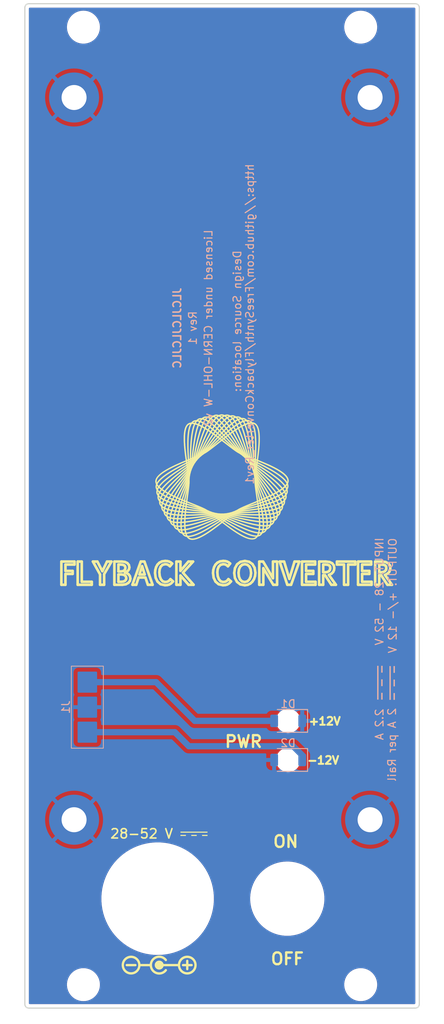
<source format=kicad_pcb>
(kicad_pcb (version 20211014) (generator pcbnew)
  (layers (0 "F.Cu" signal) (31 "B.Cu" signal) (34 "B.Paste" user) (35 "F.Paste" user) (36 "B.SilkS" user "B.Silkscreen") (37 "F.SilkS" user "F.Silkscreen") (38 "B.Mask" user) (39 "F.Mask" user) (44 "Edge.Cuts" user))
  (net 0 "")
  (net 1 "Net-(D1-Pad2)")
  (net 2 "Net-(D2-Pad1)")
  (net 3 "GND")
  (footprint "MountingHole:MountingHole_3.2mm_M3" (layer "F.Cu") (at 57.5 175.5)
    (fp_text reference "H3" hide)
    (fp_text value "Frame_MountingHole")
  )
  (footprint "MountingHole:MountingHole_3.2mm_M3" (layer "F.Cu") (at 93 53)
    (fp_text reference "H2" hide)
    (fp_text value "Frame_MountingHole")
  )
  (footprint "MountingHole:MountingHole_3.2mm_M3" (layer "F.Cu") (at 57.5 53)
    (fp_text reference "H1" hide)
    (fp_text value "Frame_MountingHole")
  )
  (footprint "MountingHole:MountingHole_6.5mm" (layer "F.Cu") (at 83.6 164.5)
    (fp_text reference "H10" hide)
    (fp_text value "TogglePanelMount_DrillHole")
  )
  (footprint "SynthDIY_MountHoles:MountingHole_PWRJACK_11.4mm" (layer "F.Cu") (at 67 164.5)
    (fp_text reference "H9" hide)
    (fp_text value "PowerJackPanelMount_DrillHole")
  )
  (footprint "MountingHole:MountingHole_3.2mm_M3" (layer "F.Cu") (at 93 175.5)
    (fp_text reference "H4" hide)
    (fp_text value "Frame_MountingHole")
  )
  (footprint "Symbol:OSHW-Symbol_6.7x6mm_Copper" (layer "F.Cu") (at 94.2 164.6)
    (fp_text reference "REF**" hide)
    (fp_text value "OSHW-Symbol_6.7x6mm_Copper" hide)
  )
  (footprint "MountingHole:MountingHole_3.2mm_M3_Pad_TopOnly" (layer "B.Cu") (at 56.3 154.4 180)
    (fp_text reference "H7" hide)
    (fp_text value "Board_MountingHole_Pad")
  )
  (footprint "MountingHole:MountingHole_3.2mm_M3_Pad_TopOnly" (layer "B.Cu") (at 56.3 62 180)
    (fp_text reference "H5" hide)
    (fp_text value "Board_MountingHole_Pad")
  )
  (footprint "SynthDIY:Kyocera_3pos_WireToBoard" (layer "B.Cu") (at 58 140 -90)
    (fp_text reference "J1")
    (fp_text value "Conn_01x03")
  )
  (footprint "MountingHole:MountingHole_3.2mm_M3_Pad_TopOnly" (layer "B.Cu") (at 94.2 154.4 180)
    (fp_text reference "H8" hide)
    (fp_text value "Board_MountingHole_Pad")
  )
  (footprint "SynthDIY:LED_156120VS75300_Würth_ReverseMount" (layer "B.Cu") (at 83.7 141.695 180)
    (fp_text reference "D1")
    (fp_text value "LED")
  )
  (footprint "SynthDIY:LED_156120VS75300_Würth_ReverseMount" (layer "B.Cu") (at 83.7 146.695 180)
    (fp_text reference "D2")
    (fp_text value "LED")
  )
  (footprint "MountingHole:MountingHole_3.2mm_M3_Pad_TopOnly" (layer "B.Cu") (at 94.2 62 180)
    (fp_text reference "H6" hide)
    (fp_text value "Board_MountingHole_Pad")
  )
  (gr_poly (pts (xy 95.27379 134.716522) (xy 95.273386 134.71622) (xy 95.272785 134.715921) (xy 95.271015 134.715337) (xy 95.268523 134.714773) (xy 95.265353 134.714232) (xy 95.261546 134.713717) (xy 95.257146 134.713231) (xy 95.24674 134.712357) (xy 95.234477 134.711635) (xy 95.220702 134.71109) (xy 95.205757 134.710745) (xy 95.189988 134.710625) (xy 95.112082 134.710625) (xy 95.112082 136.871719) (xy 95.112082 139.032814) (xy 95.193662 139.030279) (xy 95.275242 139.027744) (xy 95.277467 136.875082) (xy 95.277298 135.353032) (xy 95.273792 134.716523) (xy 95.27379 134.716522)) (layer "B.SilkS") (width 0.008819) (fill solid))
  (gr_poly (pts (xy 97.283785 138.2) (xy 97.2 138.2) (xy 97.2 138.632153) (xy 97.2 139.064306) (xy 97.283785 139.064306) (xy 97.36757 139.064306) (xy 97.36757 138.632153) (xy 97.36757 138.2) (xy 97.283785 138.2)) (layer "B.SilkS") (width 0.008819) (fill solid))
  (gr_poly (pts (xy 97.283785 136.471389) (xy 97.2 136.471389) (xy 97.2 136.903542) (xy 97.2 137.335695) (xy 97.283785 137.335695) (xy 97.36757 137.335695) (xy 97.36757 136.903542) (xy 97.36757 136.471389) (xy 97.283785 136.471389)) (layer "B.SilkS") (width 0.008819) (fill solid))
  (gr_poly (pts (xy 95.716215 138.167847) (xy 95.63243 138.167847) (xy 95.63243 138.6) (xy 95.63243 139.032153) (xy 95.716215 139.032153) (xy 95.8 139.032153) (xy 95.8 138.6) (xy 95.8 138.167847) (xy 95.716215 138.167847)) (layer "B.SilkS") (width 0.008819) (fill solid))
  (gr_poly (pts (xy 97.283785 134.742778) (xy 97.2 134.742778) (xy 97.2 135.174931) (xy 97.2 135.607083) (xy 97.283785 135.607083) (xy 97.36757 135.607083) (xy 97.36757 135.174931) (xy 97.36757 134.742778) (xy 97.283785 134.742778)) (layer "B.SilkS") (width 0.008819) (fill solid))
  (gr_poly (pts (xy 96.84136 134.748675) (xy 96.840956 134.748373) (xy 96.840355 134.748074) (xy 96.838585 134.74749) (xy 96.836093 134.746926) (xy 96.832923 134.746385) (xy 96.829116 134.74587) (xy 96.824716 134.745384) (xy 96.81431 134.74451) (xy 96.802047 134.743788) (xy 96.788272 134.743243) (xy 96.773327 134.742898) (xy 96.757558 134.742778) (xy 96.679652 134.742778) (xy 96.679652 136.903872) (xy 96.679652 139.064967) (xy 96.761232 139.062432) (xy 96.842812 139.059897) (xy 96.845037 136.907235) (xy 96.844868 135.385185) (xy 96.841362 134.748676) (xy 96.84136 134.748675)) (layer "B.SilkS") (width 0.008819) (fill solid))
  (gr_poly (pts (xy 95.716215 134.710625) (xy 95.63243 134.710625) (xy 95.63243 135.142778) (xy 95.63243 135.57493) (xy 95.716215 135.57493) (xy 95.8 135.57493) (xy 95.8 135.142778) (xy 95.8 134.710625) (xy 95.716215 134.710625)) (layer "B.SilkS") (width 0.008819) (fill solid))
  (gr_poly (pts (xy 95.716215 136.439236) (xy 95.63243 136.439236) (xy 95.63243 136.871389) (xy 95.63243 137.303542) (xy 95.716215 137.303542) (xy 95.8 137.303542) (xy 95.8 136.871389) (xy 95.8 136.439236) (xy 95.716215 136.439236)) (layer "B.SilkS") (width 0.008819) (fill solid))
  (gr_line (start 82.295111 124.341474) (end 81.802096 124.341422) (layer "F.SilkS") (width 0.338))
  (gr_curve (pts (xy 83.418533 113.218636) (xy 83.046714 114.635136) (xy 77.767994 114.763617) (xy 76.355359 115.149862)) (layer "F.SilkS") (width 0.1764))
  (gr_line (start 74.225914 122.085256) (end 74.398448 121.768635) (layer "F.SilkS") (width 0.338))
  (gr_line (start 56.764356 124.341422) (end 56.764356 121.370532) (layer "F.SilkS") (width 0.338))
  (gr_curve (pts (xy 83.667058 111.7659) (xy 83.54686 113.225447) (xy 78.370646 114.268616) (xy 77.046543 114.894294)) (layer "F.SilkS") (width 0.1764))
  (gr_line (start 89.475069 122.699587) (end 89.262722 122.917622) (layer "F.SilkS") (width 0.338))
  (gr_line (start 76.806277 122.834107) (end 76.901076 122.214132) (layer "F.SilkS") (width 0.338))
  (gr_curve (pts (xy 78.465001 108.33802) (xy 79.412064 109.455068) (xy 83.694175 112.544553) (xy 83.200315 113.923257)) (layer "F.SilkS") (width 0.1764))
  (gr_line (start 61.980083 123.018113) (end 61.980086 123.958442) (layer "F.SilkS") (width 0.338))
  (gr_line (start 67.96747 121.292756) (end 68.225319 121.309816) (layer "F.SilkS") (width 0.338))
  (gr_line (start 67.30993 114.004258) (end 67.30993 114.004258) (layer "F.SilkS") (width 0.1764))
  (gr_line (start 95.614059 122.743062) (end 95.892762 122.707033) (layer "F.SilkS") (width 0.338))
  (gr_line (start 69.922105 123.154564) (end 69.922176 124.341422) (layer "F.SilkS") (width 0.338))
  (gr_line (start 62.986799 123.503416) (end 62.950775 123.315716) (layer "F.SilkS") (width 0.338))
  (gr_line (start 75.917079 124.307296) (end 75.66302 124.377445) (layer "F.SilkS") (width 0.338))
  (gr_curve (pts (xy 71.628005 103.427227) (xy 72.952107 102.801547) (xy 76.443626 106.762696) (xy 77.647531 107.596563)) (layer "F.SilkS") (width 0.1764))
  (gr_line (start 62.732738 121.859582) (end 62.531768 121.779953) (layer "F.SilkS") (width 0.338))
  (gr_line (start 80.010436 121.370532) (end 80.503396 121.370532) (layer "F.SilkS") (width 0.338))
  (gr_line (start 56.358626 121.755332) (end 55.196426 121.755332) (layer "F.SilkS") (width 0.338))
  (gr_line (start 62.220833 121.75339) (end 61.981992 121.753517) (layer "F.SilkS") (width 0.338))
  (gr_line (start 79.140182 121.694643) (end 79.416993 122.166733) (layer "F.SilkS") (width 0.338))
  (gr_curve (pts (xy 71.0128 111.093509) (xy 71.005333 109.629039) (xy 69.710928 104.509863) (xy 70.975462 103.771161)) (layer "F.SilkS") (width 0.1764))
  (gr_line (start 67.267869 123.236111) (end 67.415753 123.630469) (layer "F.SilkS") (width 0.338))
  (gr_line (start 70.79066 172.46) (end 70.79066 173.51) (layer "F.SilkS") (width 0.3))
  (gr_line (start 68.138105 121.715551) (end 67.959887 121.700398) (layer "F.SilkS") (width 0.338))
  (gr_line (start 63.218134 122.528954) (end 63.039916 122.682526) (layer "F.SilkS") (width 0.338))
  (gr_curve (pts (xy 79.45 110.682087) (xy 79.585075 112.140332) (xy 81.320715 117.127206) (xy 80.125377 117.973307)) (layer "F.SilkS") (width 0.1764))
  (gr_line (start 94.391166 123.956622) (end 94.391166 124.341422) (layer "F.SilkS") (width 0.338))
  (gr_curve (pts (xy 76.666148 102.737791) (xy 78.109664 102.984739) (xy 78.697723 108.232173) (xy 79.205617 109.605769)) (layer "F.SilkS") (width 0.1764))
  (gr_line (start 67.385416 124.273175) (end 66.987267 123.9357) (layer "F.SilkS") (width 0.338))
  (gr_line (start 67.260284 122.356392) (end 67.216678 122.745064) (layer "F.SilkS") (width 0.338))
  (gr_curve (pts (xy 72.797931 107.621372) (xy 73.993269 106.775271) (xy 77.44421 102.778725) (xy 78.774623 103.390869)) (layer "F.SilkS") (width 0.1764))
  (gr_line (start 78.167564 121.702226) (end 77.837668 121.779962) (layer "F.SilkS") (width 0.338))
  (gr_curve (pts (xy 71.027017 110.724958) (xy 71.147214 109.265412) (xy 70.303902 104.052906) (xy 71.628005 103.427227)) (layer "F.SilkS") (width 0.1764))
  (gr_line (start 78.159981 124.403947) (end 77.585511 124.290189) (layer "F.SilkS") (width 0.338))
  (gr_line (start 86.005516 121.755332) (end 86.005516 122.568742) (layer "F.SilkS") (width 0.338))
  (gr_line (start 77.803543 123.907208) (end 78.144811 123.996318) (layer "F.SilkS") (width 0.338))
  (gr_curve (pts (xy 82.584282 115.262141) (xy 81.858515 116.53414) (xy 76.726413 115.29201) (xy 75.261945 115.299476)) (layer "F.SilkS") (width 0.1764))
  (gr_curve (pts (xy 73.814738 115.051999) (xy 72.436035 114.558139) (xy 67.182876 114.023624) (xy 66.92122 112.582702)) (layer "F.SilkS") (width 0.1764))
  (gr_line (start 89.071094 122.005533) (end 88.964923 121.863337) (layer "F.SilkS") (width 0.338))
  (gr_line (start 89.952836 121.370532) (end 92.299986 121.370532) (layer "F.SilkS") (width 0.338))
  (gr_line (start 75.562554 121.715551) (end 75.384334 121.700398) (layer "F.SilkS") (width 0.338))
  (gr_line (start 95.369546 124.341422) (end 94.850066 124.341422) (layer "F.SilkS") (width 0.338))
  (gr_line (start 86.005516 123.956622) (end 87.216986 123.956622) (layer "F.SilkS") (width 0.338))
  (gr_line (start 91.386086 124.341422) (end 90.864786 124.341422) (layer "F.SilkS") (width 0.338))
  (gr_line (start 77.160819 123.969774) (end 76.897283 123.474933) (layer "F.SilkS") (width 0.338))
  (gr_line (start 62.64932 123.918627) (end 62.838914 123.81435) (layer "F.SilkS") (width 0.338))
  (gr_line (start 88.718456 122.707033) (end 88.927006 122.602757) (layer "F.SilkS") (width 0.338))
  (gr_line (start 75.050649 121.789505) (end 74.819344 122.022707) (layer "F.SilkS") (width 0.338))
  (gr_line (start 69.922176 124.341422) (end 69.400746 124.341422) (layer "F.SilkS") (width 0.338))
  (gr_curve (pts (xy 79.205617 109.605769) (xy 79.713511 110.979365) (xy 82.680708 115.347101) (xy 81.745086 116.473747)) (layer "F.SilkS") (width 0.1764))
  (gr_line (start 81.766086 121.370532) (end 82.287516 121.370532) (layer "F.SilkS") (width 0.338))
  (gr_curve (pts (xy 71.050155 118.415829) (xy 69.778155 117.690062) (xy 71.020285 112.557958) (xy 71.012818 111.09349)) (layer "F.SilkS") (width 0.1764))
  (gr_line (start 84.084922 124.341474) (end 83.601426 124.341422) (layer "F.SilkS") (width 0.338))
  (gr_line (start 62.838914 123.81435) (end 62.950775 123.668361) (layer "F.SilkS") (width 0.338))
  (gr_line (start 64.666623 123.031321) (end 65.343446 123.031282) (layer "F.SilkS") (width 0.338))
  (gr_curve (pts (xy 80.708257 117.521296) (xy 79.59121 118.468359) (xy 75.193442 115.545858) (xy 73.814738 115.051999)) (layer "F.SilkS") (width 0.1764))
  (gr_line (start 66.801465 122.085256) (end 66.973996 121.768635) (layer "F.SilkS") (width 0.338))
  (gr_line (start 94.104906 122.568742) (end 94.104906 122.951722) (layer "F.SilkS") (width 0.338))
  (gr_curve (pts (xy 75.197278 102.616819) (xy 76.661745 102.609351) (xy 78.152079 107.674947) (xy 78.890779 108.93948)) (layer "F.SilkS") (width 0.1764))
  (gr_curve (pts (xy 79.430613 103.728106) (xy 80.702613 104.453872) (xy 79.460484 109.585975) (xy 79.467952 111.050442)) (layer "F.SilkS") (width 0.1764))
  (gr_curve (pts (xy 77.33548 107.399985) (xy 78.60748 108.125753) (xy 83.688013 109.564352) (xy 83.69548 111.028819)) (layer "F.SilkS") (width 0.1764))
  (gr_line (start 78.713598 121.398876) (end 79.140182 121.694643) (layer "F.SilkS") (width 0.338))
  (gr_line (start 84.528456 121.370532) (end 85.139066 121.370532) (layer "F.SilkS") (width 0.338))
  (gr_line (start 97 124.341477) (end 96.414226 124.341422) (layer "F.SilkS") (width 0.338))
  (gr_line (start 80.010436 124.341422) (end 80.010436 121.370532) (layer "F.SilkS") (width 0.338))
  (gr_line (start 66.359685 124.341422) (end 65.747356 124.341422) (layer "F.SilkS") (width 0.338))
  (gr_line (start 67.394897 122.022707) (end 67.260284 122.356392) (layer "F.SilkS") (width 0.338))
  (gr_line (start 88.964923 121.863337) (end 88.760159 121.779918) (layer "F.SilkS") (width 0.338))
  (gr_line (start 75.881074 121.364802) (end 76.091525 121.467182) (layer "F.SilkS") (width 0.338))
  (gr_curve (pts (xy 76.706536 115.037169) (xy 75.332941 115.545064) (xy 70.965205 118.512266) (xy 69.838558 117.576645)) (layer "F.SilkS") (width 0.1764))
  (gr_line (start 57.285656 123.956622) (end 58.567326 123.956622) (layer "F.SilkS") (width 0.338))
  (gr_line (start 71.603835 124.341474) (end 70.959186 124.341422) (layer "F.SilkS") (width 0.338))
  (gr_curve (pts (xy 77.372808 114.722347) (xy 76.108274 115.461049) (xy 72.322139 119.141624) (xy 71.050137 118.415857)) (layer "F.SilkS") (width 0.1764))
  (gr_line (start 67.20066 173) (end 69.73066 173) (layer "F.SilkS") (width 0.3))
  (gr_line (start 96.436902 122.917622) (end 96.095634 123.076881) (layer "F.SilkS") (width 0.338))
  (gr_curve (pts (xy 78.091687 103.112074) (xy 79.470391 103.605933) (xy 79.138315 108.875763) (xy 79.399972 110.316685)) (layer "F.SilkS") (width 0.1764))
  (gr_curve (pts (xy 81.745086 116.473747) (xy 80.809464 117.600394) (xy 75.971024 115.485952) (xy 74.527508 115.239002)) (layer "F.SilkS") (width 0.1764))
  (gr_line (start 62.482509 124.341474) (end 61.458656 124.341422) (layer "F.SilkS") (width 0.338))
  (gr_line (start 77.600678 121.408357) (end 78.171359 121.294599) (layer "F.SilkS") (width 0.338))
  (gr_line (start 63.05066 173) (end 64.15066 173) (layer "F.SilkS") (width 0.3))
  (gr_line (start 89.008684 121.427411) (end 89.349952 121.59046) (layer "F.SilkS") (width 0.338))
  (gr_line (start 88.927006 122.602757) (end 89.055931 122.437807) (layer "F.SilkS") (width 0.338))
  (gr_curve (pts (xy 69.292186 117.08109) (xy 68.25137 116.050835) (xy 70.779462 111.415089) (xy 71.151282 109.998589)) (layer "F.SilkS") (width 0.1764))
  (gr_line (start 66.666854 122.841741) (end 66.699085 122.44928) (layer "F.SilkS") (width 0.338))
  (gr_line (start 68.339087 115.956918) (end 68.339087 115.956918) (layer "F.SilkS") (width 0.1764))
  (gr_line (start 85.139066 121.370532) (end 84.084922 124.341474) (layer "F.SilkS") (width 0.338))
  (gr_line (start 95.691816 121.370532) (end 96.182864 121.427411) (layer "F.SilkS") (width 0.338))
  (gr_line (start 67.22426 121.516477) (end 67.554155 121.351527) (layer "F.SilkS") (width 0.338))
  (gr_line (start 71.050155 118.415829) (end 71.050155 118.415829) (layer "F.SilkS") (width 0.1764))
  (gr_line (start 54.674996 121.370532) (end 56.358626 121.370532) (layer "F.SilkS") (width 0.338))
  (gr_curve (pts (xy 72.308036 103.141482) (xy 73.681632 102.633587) (xy 76.814627 106.883967) (xy 77.941275 107.819588)) (layer "F.SilkS") (width 0.1764))
  (gr_line (start 58.567326 123.956622) (end 58.567326 124.341422) (layer "F.SilkS") (width 0.338))
  (gr_line (start 86.005516 122.568742) (end 86.930726 122.568742) (layer "F.SilkS") (width 0.338))
  (gr_line (start 76.091525 121.467182) (end 76.286804 121.624544) (layer "F.SilkS") (width 0.338))
  (gr_line (start 65.013551 121.958178) (end 64.666623 123.031321) (layer "F.SilkS") (width 0.338))
  (gr_line (start 63.039916 122.682526) (end 62.821883 122.777322) (layer "F.SilkS") (width 0.338))
  (gr_line (start 61.460564 121.37048) (end 62.408566 121.370532) (layer "F.SilkS") (width 0.338))
  (gr_line (start 88.197148 123.109135) (end 88.195236 124.341422) (layer "F.SilkS") (width 0.338))
  (gr_line (start 62.812402 121.421721) (end 63.119545 121.565813) (layer "F.SilkS") (width 0.338))
  (gr_line (start 68.492647 124.307296) (end 68.23859 124.377445) (layer "F.SilkS") (width 0.338))
  (gr_line (start 69.400746 121.370532) (end 69.922176 121.370532) (layer "F.SilkS") (width 0.338))
  (gr_line (start 79.517476 122.794292) (end 79.517476 122.794292) (layer "F.SilkS") (width 0.338))
  (gr_line (start 93.179696 121.755332) (end 93.179696 122.568742) (layer "F.SilkS") (width 0.338))
  (gr_line (start 77.585511 124.290189) (end 77.160819 123.969774) (layer "F.SilkS") (width 0.338))
  (gr_line (start 81.802096 124.341422) (end 80.531866 122.214232) (layer "F.SilkS") (width 0.338))
  (gr_line (start 89.550923 121.848309) (end 89.617283 122.191476) (layer "F.SilkS") (width 0.338))
  (gr_line (start 63.282596 123.002936) (end 63.44944 123.234245) (layer "F.SilkS") (width 0.338))
  (gr_curve (pts (xy 66.821238 111.851874) (xy 66.686163 110.39363) (xy 71.602592 108.467472) (xy 72.797931 107.621372)) (layer "F.SilkS") (width 0.1764))
  (gr_line (start 69.922176 122.557302) (end 70.942194 121.370444) (layer "F.SilkS") (width 0.338))
  (gr_curve (pts (xy 83.574515 112.497694) (xy 83.327567 113.941211) (xy 78.080132 114.529274) (xy 76.706536 115.037169)) (layer "F.SilkS") (width 0.1764))
  (gr_line (start 96.275742 122.215983) (end 96.2454 122.005533) (layer "F.SilkS") (width 0.338))
  (gr_line (start 88.445517 123.126122) (end 88.337447 123.124288) (layer "F.SilkS") (width 0.338))
  (gr_line (start 75.384334 121.700398) (end 75.050649 121.789505) (layer "F.SilkS") (width 0.338))
  (gr_line (start 95.490824 122.741227) (end 95.614059 122.743062) (layer "F.SilkS") (width 0.338))
  (gr_line (start 81.766095 123.507264) (end 81.766086 121.370532) (layer "F.SilkS") (width 0.338))
  (gr_line (start 68.225319 121.309816) (end 68.456624 121.364802) (layer "F.SilkS") (width 0.338))
  (gr_line (start 56.121636 122.568742) (end 56.121636 122.951722) (layer "F.SilkS") (width 0.338))
  (gr_line (start 87.675756 121.370532) (end 88.517636 121.370532) (layer "F.SilkS") (width 0.338))
  (gr_line (start 95.619827 123.126122) (end 95.511757 123.124288) (layer "F.SilkS") (width 0.338))
  (gr_line (start 96.791463 122.191476) (end 96.759212 122.449325) (layer "F.SilkS") (width 0.338))
  (gr_line (start 96.759212 122.449325) (end 96.649249 122.699587) (layer "F.SilkS") (width 0.338))
  (gr_line (start 79.416993 122.166733) (end 79.517476 122.794292) (layer "F.SilkS") (width 0.338))
  (gr_line (start 92.658266 124.341422) (end 92.658266 121.370532) (layer "F.SilkS") (width 0.338))
  (gr_line (start 66.973996 121.768635) (end 67.22426 121.516477) (layer "F.SilkS") (width 0.338))
  (gr_curve (pts (xy 73.729687 102.752783) (xy 75.17061 102.491126) (xy 77.517938 107.220973) (xy 78.465001 108.33802)) (layer "F.SilkS") (width 0.1764))
  (gr_curve (pts (xy 75.995701 115.23154) (xy 74.554778 115.493197) (xy 69.738149 117.656871) (xy 68.791086 116.539824)) (layer "F.SilkS") (width 0.1764))
  (gr_line (start 67.084536 113.301994) (end 67.084536 113.301994) (layer "F.SilkS") (width 0.1764))
  (gr_line (start 68.185505 123.964146) (end 68.367515 123.890204) (layer "F.SilkS") (width 0.338))
  (gr_curve (pts (xy 81.24954 117.020186) (xy 80.219285 118.061002) (xy 75.583539 115.532909) (xy 74.167038 115.16109)) (layer "F.SilkS") (width 0.1764))
  (gr_line (start 89.239916 124.341422) (end 88.445517 123.126122) (layer "F.SilkS") (width 0.338))
  (gr_line (start 63.337578 122.333671) (end 63.218134 122.528954) (layer "F.SilkS") (width 0.338))
  (gr_line (start 62.256856 122.635042) (end 62.510912 122.608479) (layer "F.SilkS") (width 0.338))
  (gr_line (start 70.25066 173) (end 71.35066 173) (layer "F.SilkS") (width 0.3))
  (gr_line (start 65.438317 123.412408) (end 64.558506 123.412442) (layer "F.SilkS") (width 0.338))
  (gr_line (start 55.196426 121.755332) (end 55.196426 122.568742) (layer "F.SilkS") (width 0.338))
  (gr_line (start 67.939032 123.988801) (end 68.185505 123.964146) (layer "F.SilkS") (width 0.338))
  (gr_line (start 95.612155 121.753355) (end 95.371366 121.753382) (layer "F.SilkS") (width 0.338))
  (gr_line (start 92.658266 121.370532) (end 94.341896 121.370532) (layer "F.SilkS") (width 0.338))
  (gr_line (start 66.746483 123.440859) (end 66.666854 122.841741) (layer "F.SilkS") (width 0.338))
  (gr_line (start 64.558506 123.412442) (end 64.262739 124.341456) (layer "F.SilkS") (width 0.338))
  (gr_line (start 76.154071 124.161307) (end 75.917079 124.307296) (layer "F.SilkS") (width 0.338))
  (gr_line (start 87.675756 124.341422) (end 87.675756 121.370532) (layer "F.SilkS") (width 0.338))
  (gr_line (start 56.764356 121.370532) (end 57.285656 121.370532) (layer "F.SilkS") (width 0.338))
  (gr_curve (pts (xy 83.695479 111.028838) (xy 83.702946 112.493308) (xy 78.637342 113.983645) (xy 77.372808 114.722347)) (layer "F.SilkS") (width 0.1764))
  (gr_line (start 68.791086 116.539824) (end 68.791086 116.539824) (layer "F.SilkS") (width 0.1764))
  (gr_line (start 68.634843 123.615294) (end 68.974216 123.912942) (layer "F.SilkS") (width 0.338))
  (gr_line (start 67.554155 121.351527) (end 67.96747 121.292756) (layer "F.SilkS") (width 0.338))
  (gr_line (start 93.179696 123.956622) (end 94.391166 123.956622) (layer "F.SilkS") (width 0.338))
  (gr_line (start 64.262739 124.341456) (end 63.769796 124.341422) (layer "F.SilkS") (width 0.338))
  (gr_line (start 69.400746 124.341422) (end 69.400746 121.370532) (layer "F.SilkS") (width 0.338))
  (gr_line (start 96.182864 121.427411) (end 96.524132 121.59046) (layer "F.SilkS") (width 0.338))
  (gr_line (start 74.398448 121.768635) (end 74.64871 121.516477) (layer "F.SilkS") (width 0.338))
  (gr_line (start 76.398646 123.912942) (end 76.154071 124.161307) (layer "F.SilkS") (width 0.338))
  (gr_curve (pts (xy 71.012818 111.09349) (xy 71.00535 109.629022) (xy 69.710948 104.509852) (xy 70.97548 103.771151)) (layer "F.SilkS") (width 0.1764))
  (gr_line (start 95.37138 122.731762) (end 95.490824 122.741227) (layer "F.SilkS") (width 0.338))
  (gr_line (start 70.240655 122.792485) (end 71.603835 124.341474) (layer "F.SilkS") (width 0.338))
  (gr_line (start 62.643632 123.05787) (end 62.35924 123.018055) (layer "F.SilkS") (width 0.338))
  (gr_line (start 78.499356 121.785648) (end 78.167564 121.702226) (layer "F.SilkS") (width 0.338))
  (gr_line (start 74.411699 123.9357) (end 74.170914 123.440859) (layer "F.SilkS") (width 0.338))
  (gr_line (start 65.307436 121.368582) (end 66.359685 124.341422) (layer "F.SilkS") (width 0.338))
  (gr_line (start 74.684733 122.356392) (end 74.641124 122.745064) (layer "F.SilkS") (width 0.338))
  (gr_line (start 75.39192 121.292756) (end 75.649769 121.309816) (layer "F.SilkS") (width 0.338))
  (gr_line (start 66.699085 122.44928) (end 66.801465 122.085256) (layer "F.SilkS") (width 0.338))
  (gr_line (start 68.23859 124.377445) (end 67.939031 124.396413) (layer "F.SilkS") (width 0.338))
  (gr_line (start 62.380096 123.958442) (end 62.64932 123.918627) (layer "F.SilkS") (width 0.338))
  (gr_line (start 76.901076 122.214132) (end 77.172197 121.726875) (layer "F.SilkS") (width 0.338))
  (gr_line (start 95.371366 121.753382) (end 95.37138 122.731762) (layer "F.SilkS") (width 0.338))
  (gr_line (start 75.649769 121.309816) (end 75.881074 121.364802) (layer "F.SilkS") (width 0.338))
  (gr_line (start 62.510912 122.608479) (end 62.706194 122.526952) (layer "F.SilkS") (width 0.338))
  (gr_line (start 89.952836 121.753512) (end 89.952836 121.370532) (layer "F.SilkS") (width 0.338))
  (gr_line (start 77.414873 122.352535) (end 77.356101 122.809458) (layer "F.SilkS") (width 0.338))
  (gr_line (start 93.179696 122.568742) (end 94.104906 122.568742) (layer "F.SilkS") (width 0.338))
  (gr_curve (pts (xy 78.691021 108.629462) (xy 79.537123 109.824801) (xy 83.533672 113.27574) (xy 82.921529 114.606154)) (layer "F.SilkS") (width 0.1764))
  (gr_line (start 75.66302 124.377445) (end 75.363463 124.396413) (layer "F.SilkS") (width 0.338))
  (gr_line (start 96.230241 122.437807) (end 96.275742 122.215983) (layer "F.SilkS") (width 0.338))
  (gr_line (start 88.760159 121.779918) (end 88.437851 121.753355) (layer "F.SilkS") (width 0.338))
  (gr_line (start 67.643266 123.894005) (end 67.939032 123.988801) (layer "F.SilkS") (width 0.338))
  (gr_line (start 77.172197 121.726875) (end 77.600678 121.408357) (layer "F.SilkS") (width 0.338))
  (gr_line (start 82.621225 121.37048) (end 83.193746 121.370532) (layer "F.SilkS") (width 0.338))
  (gr_line (start 96.095634 123.076881) (end 97 124.341477) (layer "F.SilkS") (width 0.338))
  (gr_line (start 75.718023 121.764843) (end 75.562554 121.715551) (layer "F.SilkS") (width 0.338))
  (gr_curve (pts (xy 69.838558 117.576645) (xy 68.71191 116.641023) (xy 70.82635 111.80258) (xy 71.073298 110.359063)) (layer "F.SilkS") (width 0.1764))
  (gr_line (start 69.838558 117.576645) (end 69.838558 117.576645) (layer "F.SilkS") (width 0.1764))
  (gr_line (start 66.92122 112.582702) (end 66.92122 112.582702) (layer "F.SilkS") (width 0.1764))
  (gr_line (start 67.415753 123.630469) (end 67.643266 123.894005) (layer "F.SilkS") (width 0.338))
  (gr_line (start 74.819344 122.022707) (end 74.684733 122.356392) (layer "F.SilkS") (width 0.338))
  (gr_line (start 63.058875 122.853157) (end 63.282596 123.002936) (layer "F.SilkS") (width 0.338))
  (gr_line (start 68.729639 124.161307) (end 68.492647 124.307296) (layer "F.SilkS") (width 0.338))
  (gr_line (start 63.44944 123.844736) (end 63.252261 124.098791) (layer "F.SilkS") (width 0.338))
  (gr_line (start 69.922176 121.370532) (end 69.922176 122.557302) (layer "F.SilkS") (width 0.338))
  (gr_line (start 96.414226 124.341422) (end 95.619827 123.126122) (layer "F.SilkS") (width 0.338))
  (gr_curve (pts (xy 67.084536 113.301994) (xy 66.698291 111.889359) (xy 71.205557 109.138731) (xy 72.235812 108.097916)) (layer "F.SilkS") (width 0.1764))
  (gr_line (start 75.363479 123.988801) (end 75.609952 123.964146) (layer "F.SilkS") (width 0.338))
  (gr_curve (pts (xy 82.191151 115.886356) (xy 81.357285 117.090261) (xy 76.35297 115.405567) (xy 74.893424 115.285369)) (layer "F.SilkS") (width 0.1764))
  (gr_line (start 68.576068 121.979087) (end 68.435768 121.852059) (layer "F.SilkS") (width 0.338))
  (gr_line (start 74.840197 123.630469) (end 75.067712 123.894005) (layer "F.SilkS") (width 0.338))
  (gr_line (start 58.7114 121.370467) (end 59.287786 121.370532) (layer "F.SilkS") (width 0.338))
  (gr_line (start 54.674996 124.341422) (end 54.674996 121.370532) (layer "F.SilkS") (width 0.338))
  (gr_line (start 94.341896 121.755332) (end 93.179696 121.755332) (layer "F.SilkS") (width 0.338))
  (gr_line (start 86.930726 122.568742) (end 86.930726 122.951722) (layer "F.SilkS") (width 0.338))
  (gr_line (start 79.138289 123.93565) (end 78.867169 124.185912) (layer "F.SilkS") (width 0.338))
  (gr_curve (pts (xy 71.050137 118.415857) (xy 69.778136 117.690089) (xy 71.020268 112.557979) (xy 71.0128 111.093509)) (layer "F.SilkS") (width 0.1764))
  (gr_line (start 88.19707 122.731762) (end 88.316514 122.741227) (layer "F.SilkS") (width 0.338))
  (gr_line (start 61.090886 121.370532) (end 60.150498 122.983975) (layer "F.SilkS") (width 0.338))
  (gr_curve (pts (xy 76.355359 115.149862) (xy 74.942725 115.536108) (xy 70.333001 118.111344) (xy 69.292186 117.08109)) (layer "F.SilkS") (width 0.1764))
  (gr_line (start 88.437851 121.753355) (end 88.197056 121.753382) (layer "F.SilkS") (width 0.338))
  (gr_line (start 75.609952 123.964146) (end 75.791962 123.890204) (layer "F.SilkS") (width 0.338))
  (gr_line (start 76.897283 123.474933) (end 76.806277 122.834107) (layer "F.SilkS") (width 0.338))
  (gr_line (start 94.850066 124.341422) (end 94.850066 121.370532) (layer "F.SilkS") (width 0.338))
  (gr_curve (pts (xy 67.30993 114.004258) (xy 66.802036 112.630663) (xy 71.052417 109.497671) (xy 71.988039 108.371025)) (layer "F.SilkS") (width 0.1764))
  (gr_line (start 75.791962 123.890204) (end 75.934157 123.774553) (layer "F.SilkS") (width 0.338))
  (gr_line (start 55.196426 124.341422) (end 54.674996 124.341422) (layer "F.SilkS") (width 0.338))
  (gr_line (start 89.585032 122.449325) (end 89.475069 122.699587) (layer "F.SilkS") (width 0.338))
  (gr_line (start 55.196426 122.951722) (end 55.196426 124.341422) (layer "F.SilkS") (width 0.338))
  (gr_line (start 80.503396 121.370532) (end 81.766095 123.507264) (layer "F.SilkS") (width 0.338))
  (gr_curve (pts (xy 71.988039 108.371025) (xy 72.923661 107.244378) (xy 75.222633 102.490842) (xy 76.666148 102.737791)) (layer "F.SilkS") (width 0.1764))
  (gr_line (start 96.524132 121.59046) (end 96.725103 121.848309) (layer "F.SilkS") (width 0.338))
  (gr_line (start 60.150498 122.983975) (end 60.150466 124.341422) (layer "F.SilkS") (width 0.338))
  (gr_line (start 62.408566 121.370532) (end 62.812402 121.421721) (layer "F.SilkS") (width 0.338))
  (gr_line (start 75.860219 121.852059) (end 75.718023 121.764843) (layer "F.SilkS") (width 0.338))
  (gr_curve (pts (xy 74.893424 115.285369) (xy 73.433879 115.165172) (xy 68.221375 116.008486) (xy 67.595697 114.684384)) (layer "F.SilkS") (width 0.1764))
  (gr_line (start 66.785294 111.115115) (end 66.785294 111.115115) (layer "F.SilkS") (width 0.1764))
  (gr_curve (pts (xy 74.460513 102.65277) (xy 75.918757 102.517694) (xy 77.844919 107.434124) (xy 78.691021 108.629462)) (layer "F.SilkS") (width 0.1764))
  (gr_line (start 62.821883 122.777322) (end 63.058875 122.853157) (layer "F.SilkS") (width 0.338))
  (gr_line (start 62.831327 122.386654) (end 62.874933 122.185683) (layer "F.SilkS") (width 0.338))
  (gr_line (start 61.980083 122.635132) (end 62.256856 122.635042) (layer "F.SilkS") (width 0.338))
  (gr_line (start 62.531768 121.779953) (end 62.220833 121.75339) (layer "F.SilkS") (width 0.338))
  (gr_curve (pts (xy 70.426028 118.02269) (xy 69.222123 117.188822) (xy 70.906819 112.184505) (xy 71.027017 110.724958)) (layer "F.SilkS") (width 0.1764))
  (gr_line (start 96.2454 122.005533) (end 96.139227 121.863337) (layer "F.SilkS") (width 0.338))
  (gr_line (start 57.285656 121.370532) (end 57.285656 123.956622) (layer "F.SilkS") (width 0.338))
  (gr_curve (pts (xy 80.125377 117.973307) (xy 78.930038 118.819407) (xy 74.803722 115.524734) (xy 73.473308 114.91259)) (layer "F.SilkS") (width 0.1764))
  (gr_curve (pts (xy 73.473308 114.91259) (xy 72.142894 114.300447) (xy 66.956313 113.310118) (xy 66.821238 111.851874)) (layer "F.SilkS") (width 0.1764))
  (gr_curve (pts (xy 71.76503 108.66486) (xy 72.598896 107.460955) (xy 74.474817 102.525138) (xy 75.934362 102.645335)) (layer "F.SilkS") (width 0.1764))
  (gr_line (start 86.930726 122.951722) (end 86.005516 122.951722) (layer "F.SilkS") (width 0.338))
  (gr_curve (pts (xy 68.339087 115.956918) (xy 67.492985 114.761579) (xy 70.787657 110.635259) (xy 71.3998 109.304844)) (layer "F.SilkS") (width 0.1764))
  (gr_line (start 88.337447 123.124288) (end 88.197148 123.109135) (layer "F.SilkS") (width 0.338))
  (gr_line (start 68.293572 121.764843) (end 68.138105 121.715551) (layer "F.SilkS") (width 0.338))
  (gr_line (start 70.959186 124.341422) (end 69.922105 123.154564) (layer "F.SilkS") (width 0.338))
  (gr_curve (pts (xy 78.890779 108.93948) (xy 79.62948 110.204012) (xy 83.310049 113.990142) (xy 82.584282 115.262141)) (layer "F.SilkS") (width 0.1764))
  (gr_line (start 94.391166 124.341422) (end 92.658266 124.341422) (layer "F.SilkS") (width 0.338))
  (gr_curve (pts (xy 75.261945 115.299476) (xy 73.797478 115.306944) (xy 68.678309 116.601345) (xy 67.939609 115.336813)) (layer "F.SilkS") (width 0.1764))
  (gr_line (start 61.981992 121.753517) (end 61.980083 122.635132) (layer "F.SilkS") (width 0.338))
  (gr_line (start 65.343446 123.031282) (end 65.013551 121.958178) (layer "F.SilkS") (width 0.338))
  (gr_line (start 77.581715 122.003683) (end 77.414873 122.352535) (layer "F.SilkS") (width 0.338))
  (gr_line (start 74.641124 122.745064) (end 74.692315 123.236111) (layer "F.SilkS") (width 0.338))
  (gr_line (start 92.299986 121.753512) (end 91.386086 121.753512) (layer "F.SilkS") (width 0.338))
  (gr_line (start 66.987267 123.9357) (end 66.746483 123.440859) (layer "F.SilkS") (width 0.338))
  (gr_line (start 95.511757 123.124288) (end 95.371458 123.109135) (layer "F.SilkS") (width 0.338))
  (gr_line (start 63.119545 121.565813) (end 63.314827 121.799015) (layer "F.SilkS") (width 0.338))
  (gr_circle (center 63.60066 173) (end 64.66066 173) (layer "F.SilkS") (width 0.3) (fill none))
  (gr_line (start 62.842702 121.994193) (end 62.732738 121.859582) (layer "F.SilkS") (width 0.338))
  (gr_line (start 67.626202 121.789505) (end 67.394897 122.022707) (layer "F.SilkS") (width 0.338))
  (gr_line (start 94.341896 121.370532) (end 94.341896 121.755332) (layer "F.SilkS") (width 0.338))
  (gr_curve (pts (xy 73.010376 102.916088) (xy 74.423011 102.529842) (xy 77.173639 107.037107) (xy 78.214454 108.067362)) (layer "F.SilkS") (width 0.1764))
  (gr_curve (pts (xy 68.791086 116.539824) (xy 67.844023 115.422777) (xy 70.766527 111.025008) (xy 71.260387 109.646304)) (layer "F.SilkS") (width 0.1764))
  (gr_line (start 55.196426 122.568742) (end 56.121636 122.568742) (layer "F.SilkS") (width 0.338))
  (gr_line (start 70.426028 118.02269) (end 70.426028 118.02269) (layer "F.SilkS") (width 0.1764))
  (gr_curve (pts (xy 66.785294 111.115115) (xy 66.777826 109.650648) (xy 71.843422 108.160312) (xy 73.107954 107.421611)) (layer "F.SilkS") (width 0.1764))
  (gr_line (start 74.64871 121.516477) (end 74.978605 121.351527) (layer "F.SilkS") (width 0.338))
  (gr_curve (pts (xy 75.934362 102.645335) (xy 77.393907 102.765532) (xy 78.437077 107.941743) (xy 79.062756 109.265845)) (layer "F.SilkS") (width 0.1764))
  (gr_curve (pts (xy 70.97548 103.771151) (xy 72.240012 103.03245) (xy 76.06348 106.674219) (xy 77.33548 107.399985)) (layer "F.SilkS") (width 0.1764))
  (gr_line (start 95.371458 123.109135) (end 95.369546 124.341422) (layer "F.SilkS") (width 0.338))
  (gr_line (start 60.516359 121.370532) (end 61.090886 121.370532) (layer "F.SilkS") (width 0.338))
  (gr_line (start 77.356101 122.809458) (end 77.405396 123.283442) (layer "F.SilkS") (width 0.338))
  (gr_line (start 79.34305 123.611442) (end 79.138289 123.93565) (layer "F.SilkS") (width 0.338))
  (gr_line (start 91.386086 121.753512) (end 91.386086 124.341422) (layer "F.SilkS") (width 0.338))
  (gr_curve (pts (xy 74.167038 115.16109) (xy 72.750538 114.789271) (xy 67.470782 114.714629) (xy 67.084536 113.301994)) (layer "F.SilkS") (width 0.1764))
  (gr_line (start 95.892762 122.707033) (end 96.101316 122.602757) (layer "F.SilkS") (width 0.338))
  (gr_line (start 63.769796 124.341422) (end 64.842946 121.368582) (layer "F.SilkS") (width 0.338))
  (gr_line (start 78.751515 122.016953) (end 78.499356 121.785648) (layer "F.SilkS") (width 0.338))
  (gr_line (start 89.82582 124.341477) (end 89.239916 124.341422) (layer "F.SilkS") (width 0.338))
  (gr_curve (pts (xy 73.107954 107.421611) (xy 74.372486 106.682909) (xy 78.158614 103.002339) (xy 79.430613 103.728106)) (layer "F.SilkS") (width 0.1764))
  (gr_line (start 87.167716 121.370532) (end 87.167716 121.755332) (layer "F.SilkS") (width 0.338))
  (gr_line (start 89.055931 122.437807) (end 89.101436 122.215983) (layer "F.SilkS") (width 0.338))
  (gr_line (start 83.861117 123.586889) (end 84.528456 121.370532) (layer "F.SilkS") (width 0.338))
  (gr_curve (pts (xy 77.33547 107.4) (xy 78.607472 108.125768) (xy 83.688011 109.564369) (xy 83.695479 111.028838)) (layer "F.SilkS") (width 0.1764))
  (gr_curve (pts (xy 74.527508 115.239002) (xy 73.083992 114.992054) (xy 67.817823 115.377854) (xy 67.30993 114.004258)) (layer "F.SilkS") (width 0.1764))
  (gr_line (start 96.139227 121.863337) (end 95.934466 121.779918) (layer "F.SilkS") (width 0.338))
  (gr_line (start 62.928055 124.275114) (end 62.482509 124.341474) (layer "F.SilkS") (width 0.338))
  (gr_line (start 79.471975 123.224671) (end 79.34305 123.611442) (layer "F.SilkS") (width 0.338))
  (gr_line (start 59.924824 122.606686) (end 60.516359 121.370532) (layer "F.SilkS") (width 0.338))
  (gr_line (start 82.287516 121.370532) (end 82.295111 124.341474) (layer "F.SilkS") (width 0.338))
  (gr_line (start 74.692315 123.236111) (end 74.840197 123.630469) (layer "F.SilkS") (width 0.338))
  (gr_line (start 66.821238 111.851874) (end 66.821238 111.851874) (layer "F.SilkS") (width 0.1764))
  (gr_line (start 75.363463 124.396413) (end 74.809846 124.273175) (layer "F.SilkS") (width 0.338))
  (gr_line (start 78.867169 124.185912) (end 78.539171 124.347068) (layer "F.SilkS") (width 0.338))
  (gr_line (start 67.595697 114.684384) (end 67.595697 114.684384) (layer "F.SilkS") (width 0.1764))
  (gr_line (start 96.649249 122.699587) (end 96.436902 122.917622) (layer "F.SilkS") (width 0.338))
  (gr_curve (pts (xy 71.3998 109.304844) (xy 72.011942 107.974429) (xy 73.002268 102.787847) (xy 74.460513 102.65277)) (layer "F.SilkS") (width 0.1764))
  (gr_line (start 59.287786 121.370532) (end 59.924824 122.606686) (layer "F.SilkS") (width 0.338))
  (gr_line (start 67.939609 115.336813) (end 67.939609 115.336813) (layer "F.SilkS") (width 0.1764))
  (gr_line (start 85.484086 121.370532) (end 87.167716 121.370532) (layer "F.SilkS") (width 0.338))
  (gr_poly (pts (xy 69.930121 156.0542) (xy 69.929879 156.053876) (xy 69.92964 156.053396) (xy 69.929173 156.05198) (xy 69.928722 156.049986) (xy 69.928289 156.04745) (xy 69.927877 156.044404) (xy 69.927488 156.040885) (xy 69.926789 156.03256) (xy 69.926211 156.022749) (xy 69.925775 156.011729) (xy 69.925499 155.999773) (xy 69.925403 155.987158) (xy 69.925403 155.924833) (xy 71.654278 155.924833) (xy 73.383154 155.924833) (xy 73.381126 155.990097) (xy 73.379098 156.055361) (xy 71.656969 156.057141) (xy 70.439329 156.057006) (xy 69.930122 156.054201) (xy 69.930121 156.0542)) (layer "F.SilkS") (width 0.007055) (fill solid))
  (gr_curve (pts (xy 79.062756 109.265845) (xy 79.688435 110.589948) (xy 83.025018 114.682451) (xy 82.191151 115.886356)) (layer "F.SilkS") (width 0.1764))
  (gr_line (start 64.66066 173) (end 66.130318 173) (layer "F.SilkS") (width 0.3))
  (gr_line (start 68.974216 123.912942) (end 68.729639 124.161307) (layer "F.SilkS") (width 0.338))
  (gr_curve (pts (xy 72.506453 107.847388) (xy 73.6235 106.900325) (xy 76.712983 102.618215) (xy 78.091687 103.112074)) (layer "F.SilkS") (width 0.1764))
  (gr_line (start 80.531866 122.214232) (end 80.531866 124.341422) (layer "F.SilkS") (width 0.338))
  (gr_line (start 77.555174 123.658839) (end 77.803543 123.907208) (layer "F.SilkS") (width 0.338))
  (gr_line (start 69.292186 117.08109) (end 69.292186 117.08109) (layer "F.SilkS") (width 0.1764))
  (gr_curve (pts (xy 77.046543 114.894294) (xy 75.72244 115.519974) (xy 71.629933 118.856557) (xy 70.426028 118.02269)) (layer "F.SilkS") (width 0.1764))
  (gr_curve (pts (xy 71.073298 110.359063) (xy 71.320245 108.915547) (xy 70.934441 103.649377) (xy 72.308036 103.141482)) (layer "F.SilkS") (width 0.1764))
  (gr_line (start 78.749617 123.645568) (end 78.910773 123.275859) (layer "F.SilkS") (width 0.338))
  (gr_line (start 74.091285 122.841741) (end 74.123534 122.44928) (layer "F.SilkS") (width 0.338))
  (gr_line (start 59.629036 123.014252) (end 58.7114 121.370467) (layer "F.SilkS") (width 0.338))
  (gr_line (start 65.747356 124.341422) (end 65.438317 123.412408) (layer "F.SilkS") (width 0.338))
  (gr_line (start 62.35924 123.018055) (end 61.980083 123.018113) (layer "F.SilkS") (width 0.338))
  (gr_curve (pts (xy 71.151282 109.998589) (xy 71.5231 108.582088) (xy 71.597742 103.302333) (xy 73.010376 102.916088)) (layer "F.SilkS") (width 0.1764))
  (gr_line (start 88.921454 123.076881) (end 89.82582 124.341477) (layer "F.SilkS") (width 0.338))
  (gr_line (start 68.367515 123.890204) (end 68.50971 123.774553) (layer "F.SilkS") (width 0.338))
  (gr_line (start 90.864786 124.341422) (end 90.864786 121.753512) (layer "F.SilkS") (width 0.338))
  (gr_line (start 68.862355 121.624544) (end 68.576068 121.979087) (layer "F.SilkS") (width 0.338))
  (gr_line (start 96.725103 121.848309) (end 96.791463 122.191476) (layer "F.SilkS") (width 0.338))
  (gr_curve (pts (xy 71.568444 108.976816) (xy 72.29421 107.704816) (xy 73.73281 102.624286) (xy 75.197278 102.616819)) (layer "F.SilkS") (width 0.1764))
  (gr_curve (pts (xy 67.595697 114.684384) (xy 66.970017 113.360282) (xy 70.931163 109.868765) (xy 71.76503 108.66486)) (layer "F.SilkS") (width 0.1764))
  (gr_line (start 79.517476 122.794292) (end 79.471975 123.224671) (layer "F.SilkS") (width 0.338))
  (gr_curve (pts (xy 77.372817 114.722324) (xy 76.108285 115.461025) (xy 72.322155 119.141596) (xy 71.050155 118.415829)) (layer "F.SilkS") (width 0.1764))
  (gr_line (start 78.144811 123.996318) (end 78.489874 123.90152) (layer "F.SilkS") (width 0.338))
  (gr_line (start 60.150466 124.341422) (end 59.629036 124.341422) (layer "F.SilkS") (width 0.338))
  (gr_line (start 78.910773 123.275859) (end 78.967651 122.84169) (layer "F.SilkS") (width 0.338))
  (gr_line (start 63.314827 121.799015) (end 63.383081 122.11564) (layer "F.SilkS") (width 0.338))
  (gr_curve (pts (xy 83.200315 113.923257) (xy 82.706455 115.301962) (xy 77.436624 114.969884) (xy 75.995701 115.23154)) (layer "F.SilkS") (width 0.1764))
  (gr_curve (pts (xy 70.975462 103.771161) (xy 72.239996 103.032459) (xy 76.063469 106.674232) (xy 77.33547 107.4)) (layer "F.SilkS") (width 0.1764))
  (gr_line (start 71.539376 121.370532) (end 70.240655 122.792485) (layer "F.SilkS") (width 0.338))
  (gr_line (start 88.517636 121.370532) (end 89.008684 121.427411) (layer "F.SilkS") (width 0.338))
  (gr_line (start 89.101436 122.215983) (end 89.071094 122.005533) (layer "F.SilkS") (width 0.338))
  (gr_line (start 68.456624 121.364802) (end 68.667073 121.467182) (layer "F.SilkS") (width 0.338))
  (gr_poly (pts (xy 69.925403 156.40814) (xy 69.925403 156.341111) (xy 70.271125 156.341111) (xy 70.616847 156.341111) (xy 70.616847 156.40814) (xy 70.616847 156.475167) (xy 70.271125 156.475167) (xy 69.925403 156.475167) (xy 69.925403 156.40814)) (layer "F.SilkS") (width 0.007055) (fill solid))
  (gr_line (start 78.171359 121.294599) (end 78.713598 121.398876) (layer "F.SilkS") (width 0.338))
  (gr_curve (pts (xy 77.647531 107.596563) (xy 78.851437 108.430431) (xy 83.787256 110.306354) (xy 83.667058 111.7659)) (layer "F.SilkS") (width 0.1764))
  (gr_line (start 62.838914 123.162147) (end 62.643632 123.05787) (layer "F.SilkS") (width 0.338))
  (gr_line (start 89.262722 122.917622) (end 88.921454 123.076881) (layer "F.SilkS") (width 0.338))
  (gr_line (start 95.934466 121.779918) (end 95.612155 121.753355) (layer "F.SilkS") (width 0.338))
  (gr_line (start 94.104906 122.951722) (end 93.179696 122.951722) (layer "F.SilkS") (width 0.338))
  (gr_line (start 63.515797 123.548969) (end 63.44944 123.844736) (layer "F.SilkS") (width 0.338))
  (gr_line (start 78.967653 122.84169) (end 78.910774 122.377183) (layer "F.SilkS") (width 0.338))
  (gr_line (start 56.358626 121.370532) (end 56.358626 121.755332) (layer "F.SilkS") (width 0.338))
  (gr_curve (pts (xy 78.774623 103.390869) (xy 80.105037 104.003012) (xy 79.314924 109.223844) (xy 79.45 110.682087)) (layer "F.SilkS") (width 0.1764))
  (gr_line (start 63.252261 124.098791) (end 62.928055 124.275114) (layer "F.SilkS") (width 0.338))
  (gr_line (start 93.179696 122.951722) (end 93.179696 123.956622) (layer "F.SilkS") (width 0.338))
  (gr_line (start 68.435768 121.852059) (end 68.293572 121.764843) (layer "F.SilkS") (width 0.338))
  (gr_line (start 74.123534 122.44928) (end 74.225914 122.085256) (layer "F.SilkS") (width 0.338))
  (gr_line (start 77.837668 121.779962) (end 77.581715 122.003683) (layer "F.SilkS") (width 0.338))
  (gr_line (start 88.316514 122.741227) (end 88.439749 122.743062) (layer "F.SilkS") (width 0.338))
  (gr_curve (pts (xy 77.387087 102.893837) (xy 78.803587 103.265656) (xy 78.932068 108.544376) (xy 79.318314 109.957011)) (layer "F.SilkS") (width 0.1764))
  (gr_curve (pts (xy 78.214454 108.067362) (xy 79.25527 109.097617) (xy 83.790352 111.802136) (xy 83.418533 113.218636)) (layer "F.SilkS") (width 0.1764))
  (gr_curve (pts (xy 67.939609 115.336813) (xy 67.200909 114.072281) (xy 70.842677 110.248815) (xy 71.568444 108.976816)) (layer "F.SilkS") (width 0.1764))
  (gr_curve (pts (xy 73.145293 114.743946) (xy 71.873293 114.01818) (xy 66.792762 112.579582) (xy 66.785294 111.115115)) (layer "F.SilkS") (width 0.1764))
  (gr_line (start 87.167716 121.755332) (end 86.005516 121.755332) (layer "F.SilkS") (width 0.338))
  (gr_line (start 71.050137 118.415857) (end 71.050137 118.415857) (layer "F.SilkS") (width 0.1764))
  (gr_line (start 62.950775 123.668361) (end 62.986799 123.503416) (layer "F.SilkS") (width 0.338))
  (gr_line (start 76.059293 123.615294) (end 76.398646 123.912942) (layer "F.SilkS") (width 0.338))
  (gr_line (start 61.980086 123.958442) (end 62.380096 123.958442) (layer "F.SilkS") (width 0.338))
  (gr_line (start 88.439749 122.743062) (end 88.718456 122.707033) (layer "F.SilkS") (width 0.338))
  (gr_line (start 68.667073 121.467182) (end 68.862355 121.624544) (layer "F.SilkS") (width 0.338))
  (gr_poly (pts (xy 72.691181 156.40814) (xy 72.691181 156.341111) (xy 73.036903 156.341111) (xy 73.382625 156.341111) (xy 73.382625 156.40814) (xy 73.382625 156.475167) (xy 73.036903 156.475167) (xy 72.691181 156.475167) (xy 72.691181 156.40814)) (layer "F.SilkS") (width 0.007055) (fill solid))
  (gr_curve (pts (xy 83.69548 111.028819) (xy 83.702948 112.493287) (xy 78.63735 113.983623) (xy 77.372817 114.722324)) (layer "F.SilkS") (width 0.1764))
  (gr_curve (pts (xy 71.260387 109.646304) (xy 71.754247 108.267599) (xy 72.288765 103.014439) (xy 73.729687 102.752783)) (layer "F.SilkS") (width 0.1764))
  (gr_line (start 90.864786 121.753512) (end 89.952836 121.753512) (layer "F.SilkS") (width 0.338))
  (gr_line (start 74.978605 121.351527) (end 75.39192 121.292756) (layer "F.SilkS") (width 0.338))
  (gr_line (start 67.959887 121.700398) (end 67.626202 121.789505) (layer "F.SilkS") (width 0.338))
  (gr_line (start 78.910774 122.377183) (end 78.751515 122.016953) (layer "F.SilkS") (width 0.338))
  (gr_poly (pts (xy 71.308292 156.40814) (xy 71.308292 156.341111) (xy 71.654014 156.341111) (xy 71.999736 156.341111) (xy 71.999736 156.40814) (xy 71.999736 156.475167) (xy 71.654014 156.475167) (xy 71.308292 156.475167) (xy 71.308292 156.40814)) (layer "F.SilkS") (width 0.007055) (fill solid))
  (gr_line (start 70.942194 121.370444) (end 71.539376 121.370532) (layer "F.SilkS") (width 0.338))
  (gr_curve (pts (xy 79.399972 110.316685) (xy 79.661629 111.757608) (xy 81.825304 116.574234) (xy 80.708257 117.521296)) (layer "F.SilkS") (width 0.1764))
  (gr_line (start 76.286804 121.624544) (end 76.000517 121.979087) (layer "F.SilkS") (width 0.338))
  (gr_circle (center 70.79066 173) (end 71.85066 173) (layer "F.SilkS") (width 0.3) (fill none))
  (gr_line (start 61.458656 124.341422) (end 61.460564 121.37048) (layer "F.SilkS") (width 0.338))
  (gr_line (start 87.216986 123.956622) (end 87.216986 124.341422) (layer "F.SilkS") (width 0.338))
  (gr_line (start 80.531866 124.341422) (end 80.010436 124.341422) (layer "F.SilkS") (width 0.338))
  (gr_line (start 74.809846 124.273175) (end 74.411699 123.9357) (layer "F.SilkS") (width 0.338))
  (gr_line (start 89.617283 122.191476) (end 89.585032 122.449325) (layer "F.SilkS") (width 0.338))
  (gr_line (start 88.197056 121.753382) (end 88.19707 122.731762) (layer "F.SilkS") (width 0.338))
  (gr_line (start 63.383081 122.11564) (end 63.337578 122.333671) (layer "F.SilkS") (width 0.338))
  (gr_curve (pts (xy 79.467952 111.050442) (xy 79.47542 112.514909) (xy 80.769823 117.634077) (xy 79.505292 118.372778)) (layer "F.SilkS") (width 0.1764))
  (gr_line (start 64.842946 121.368582) (end 65.307436 121.368582) (layer "F.SilkS") (width 0.338))
  (gr_curve (pts (xy 79.505292 118.372778) (xy 78.240759 119.111479) (xy 74.417293 115.469713) (xy 73.145293 114.743946)) (layer "F.SilkS") (width 0.1764))
  (gr_line (start 88.195236 124.341422) (end 87.675756 124.341422) (layer "F.SilkS") (width 0.338))
  (gr_line (start 75.934157 123.774553) (end 76.059293 123.615294) (layer "F.SilkS") (width 0.338))
  (gr_line (start 56.121636 122.951722) (end 55.196426 122.951722) (layer "F.SilkS") (width 0.338))
  (gr_line (start 94.850066 121.370532) (end 95.691816 121.370532) (layer "F.SilkS") (width 0.338))
  (gr_line (start 83.193746 121.370532) (end 83.861117 123.586889) (layer "F.SilkS") (width 0.338))
  (gr_line (start 59.629036 124.341422) (end 59.629036 123.014252) (layer "F.SilkS") (width 0.338))
  (gr_curve (pts (xy 79.318314 109.957011) (xy 79.704559 111.369647) (xy 82.279795 115.979371) (xy 81.24954 117.020186)) (layer "F.SilkS") (width 0.1764))
  (gr_line (start 86.005516 122.951722) (end 86.005516 123.956622) (layer "F.SilkS") (width 0.338))
  (gr_line (start 78.539171 124.347068) (end 78.159981 124.403947) (layer "F.SilkS") (width 0.338))
  (gr_line (start 87.216986 124.341422) (end 85.484086 124.341422) (layer "F.SilkS") (width 0.338))
  (gr_line (start 67.216678 122.745064) (end 67.267869 123.236111) (layer "F.SilkS") (width 0.338))
  (gr_line (start 63.44944 123.234245) (end 63.515797 123.548969) (layer "F.SilkS") (width 0.338))
  (gr_line (start 68.50971 123.774553) (end 68.634843 123.615294) (layer "F.SilkS") (width 0.338))
  (gr_line (start 77.405396 123.283442) (end 77.555174 123.658839) (layer "F.SilkS") (width 0.338))
  (gr_arc (start 68.050659 173.65) (mid 66.130318 173) (end 68.050659 172.35) (layer "F.SilkS") (width 0.3))
  (gr_line (start 78.489874 123.90152) (end 78.749617 123.645568) (layer "F.SilkS") (width 0.338))
  (gr_line (start 83.601426 124.341422) (end 82.621225 121.37048) (layer "F.SilkS") (width 0.338))
  (gr_curve (pts (xy 72.235812 108.097916) (xy 73.266067 107.0571) (xy 75.970587 102.522018) (xy 77.387087 102.893837)) (layer "F.SilkS") (width 0.1764))
  (gr_line (start 62.950775 123.315716) (end 62.838914 123.162147) (layer "F.SilkS") (width 0.338))
  (gr_curve (pts (xy 82.921529 114.606154) (xy 82.309387 115.936569) (xy 77.088552 115.146459) (xy 75.630308 115.281535)) (layer "F.SilkS") (width 0.1764))
  (gr_line (start 96.101316 122.602757) (end 96.230241 122.437807) (layer "F.SilkS") (width 0.338))
  (gr_line (start 78.967651 122.84169) (end 78.967653 122.84169) (layer "F.SilkS") (width 0.338))
  (gr_curve (pts (xy 77.941275 107.819588) (xy 79.067923 108.75521) (xy 83.821463 111.054178) (xy 83.574515 112.497694)) (layer "F.SilkS") (width 0.1764))
  (gr_line (start 89.349952 121.59046) (end 89.550923 121.848309) (layer "F.SilkS") (width 0.338))
  (gr_line (start 58.567326 124.341422) (end 56.764356 124.341422) (layer "F.SilkS") (width 0.338))
  (gr_line (start 76.000517 121.979087) (end 75.860219 121.852059) (layer "F.SilkS") (width 0.338))
  (gr_line (start 75.067712 123.894005) (end 75.363479 123.988801) (layer "F.SilkS") (width 0.338))
  (gr_curve (pts (xy 75.630308 115.281535) (xy 74.172064 115.416612) (xy 69.185188 117.152256) (xy 68.339087 115.956918)) (layer "F.SilkS") (width 0.1764))
  (gr_line (start 92.299986 121.370532) (end 92.299986 121.753512) (layer "F.SilkS") (width 0.338))
  (gr_line (start 62.874933 122.185683) (end 62.842702 121.994193) (layer "F.SilkS") (width 0.338))
  (gr_curve (pts (xy 66.92122 112.582702) (xy 66.659562 111.141779) (xy 71.389406 108.794451) (xy 72.506453 107.847388)) (layer "F.SilkS") (width 0.1764))
  (gr_line (start 62.706194 122.526952) (end 62.831327 122.386654) (layer "F.SilkS") (width 0.338))
  (gr_line (start 67.939031 124.396413) (end 67.385416 124.273175) (layer "F.SilkS") (width 0.338))
  (gr_line (start 85.484086 124.341422) (end 85.484086 121.370532) (layer "F.SilkS") (width 0.338))
  (gr_line (start 74.170914 123.440859) (end 74.091285 122.841741) (layer "F.SilkS") (width 0.338))
  (gr_circle (center 67.20066 173) (end 67.70066 173) (layer "F.SilkS") (width 0.15) (fill solid))
  (gr_arc (start 50 50.5) (mid 50.146447 50.146447) (end 50.5 50) (layer "Edge.Cuts") (width 0.15))
  (gr_line (start 100.499999 178) (end 100.5 50.500001) (layer "Edge.Cuts") (width 0.15))
  (gr_line (start 50.5 178.499999) (end 99.999999 178.5) (layer "Edge.Cuts") (width 0.15))
  (gr_arc (start 50.5 178.499999) (mid 50.146447 178.353552) (end 50 177.999999) (layer "Edge.Cuts") (width 0.15))
  (gr_line (start 50 50.5) (end 50 177.999999) (layer "Edge.Cuts") (width 0.15))
  (gr_arc (start 100 50.000001) (mid 100.353553 50.146448) (end 100.5 50.500001) (layer "Edge.Cuts") (width 0.15))
  (gr_line (start 100 50.000001) (end 50.5 50) (layer "Edge.Cuts") (width 0.15))
  (gr_arc (start 100.499999 178) (mid 100.353552 178.353553) (end 99.999999 178.5) (layer "Edge.Cuts") (width 0.15))
  (gr_text "INPUT: 28 - 52 V" (at 95.4 125.2 90) (layer "B.SilkS") (effects (font (size 1 1)) (justify mirror)))
  (gr_text "OUTPUT: +/- 12 V" (at 97.087918 125.728612 90) (layer "B.SilkS") (effects (font (size 1 1)) (justify mirror)))
  (gr_text "JLCJLCJLCJLC" (at 69.5 91.5 90) (layer "B.SilkS") (effects (font (size 1 1) (thickness 0.2)) (justify mirror)))
  (gr_text "Rev 1" (at 71.5 91.5 90) (layer "B.SilkS") (effects (font (size 1 1)) (justify mirror)))
  (gr_text "Licensed under CERN-OHL-W v2" (at 73.5 91.5 90) (layer "B.SilkS") (effects (font (size 1 1)) (justify mirror)))
  (gr_text "2.2 A" (at 95.4 142.2 90) (layer "B.SilkS") (effects (font (size 1 1)) (justify mirror)))
  (gr_text "Design Source location: \nhttps://github.com/FreeSynth/FlybackConverter_Rev1" (at 78 91 90) (layer "B.SilkS") (effects (font (size 1 1)) (justify mirror)))
  (gr_text "2 A per Rail" (at 97 144.8 90) (layer "B.SilkS") (effects (font (size 1 1)) (justify mirror)))
  (gr_text "PWR" (at 78 144.4) (layer "F.SilkS") (effects (font (size 1.5 1.5) (thickness 0.3))))
  (gr_text "28-52 V" (at 64.950935 156.193625) (layer "F.SilkS") (effects (font (size 1.2 1.2) (thickness 0.2))))
  (gr_text "+12V" (at 88.4 141.8) (layer "F.SilkS") (effects (font (size 1 1) (thickness 0.25))))
  (gr_text "OFF" (at 83.6 172.2) (layer "F.SilkS") (effects (font (size 1.5 1.5) (thickness 0.3))))
  (gr_text "-12V" (at 88.2 146.8) (layer "F.SilkS") (effects (font (size 1 1) (thickness 0.25))))
  (gr_text "ON" (at 83.4 157.2) (layer "F.SilkS") (effects (font (size 1.5 1.5) (thickness 0.3))))
  (segment (start 71.755 141.755) (end 81.915 141.755) (width 0.8) (layer "B.Cu") (net 1))
  (segment (start 66.8 136.8) (end 71.755 141.755) (width 0.8) (layer "B.Cu") (net 1))
  (segment (start 58 136.8) (end 66.8 136.8) (width 0.8) (layer "B.Cu") (net 1))
  (segment (start 84.363487 145) (end 71 145) (width 0.8) (layer "B.Cu") (net 2))
  (segment (start 71 145) (end 69.2 143.2) (width 0.8) (layer "B.Cu") (net 2))
  (segment (start 69.2 143.2) (end 58 143.2) (width 0.8) (layer "B.Cu") (net 2))
  (segment (start 85.515 146.151513) (end 84.363487 145) (width 0.8) (layer "B.Cu") (net 2))
  (segment (start 85.515 146.755) (end 85.515 146.151513) (width 0.8) (layer "B.Cu") (net 2))
  (zone (net 3) (net_name "GND") (layers F&B.Cu) (connect_pads (clearance 0.508)) (min_thickness 0.254) (fill yes (thermal_gap 0.508) (thermal_bridge_width 0.508))
    (polygon (pts (xy 50 178.5) (xy 100.5 178.5) (xy 100.5 50) (xy 50 50)))
  )
)
</source>
